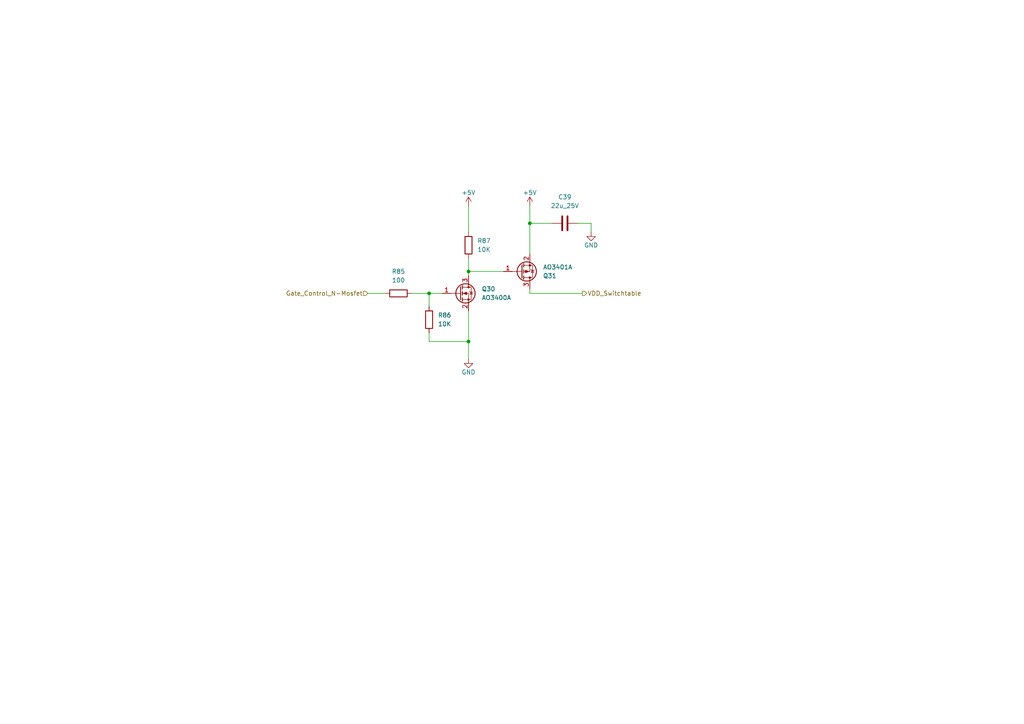
<source format=kicad_sch>
(kicad_sch (version 20231120) (generator "eeschema") (generator_version "8.0")
  (paper "A4")
  (lib_symbols
    (symbol "_C_1206:22u_25V" (pin_numbers hide) (pin_names (offset 0.254))
      (property "Reference" "C" (at 0.635 2.54 0))
      (property "Value" "22u_25V" (at 0.635 -2.54 0))
      (symbol "22u_25V_0_1"
        (polyline (pts (xy -2.032 -0.762) (xy 2.032 -0.762)) (stroke (width 0.508)))
        (polyline (pts (xy -2.032 0.762) (xy 2.032 0.762)) (stroke (width 0.508)))
      )
      (symbol "22u_25V_1_1"
        (pin passive line (at 0 3.81 270) (length 2.794) (name "~") (number "1"))
        (pin passive line (at 0 -3.81 90) (length 2.794) (name "~") (number "2"))
      )
    )
    (symbol "_R_0402:100" (pin_numbers hide) (pin_names (offset 0))
      (property "Reference" "R" (at 2.032 0 90))
      (property "Value" "100" (at 0 0 90))
      (symbol "100_0_1"
        (rectangle (start -1.016 -2.54) (end 1.016 2.54) (stroke (width 0.254)))
      )
      (symbol "100_1_1"
        (pin passive line (at 0 3.81 270) (length 1.27) (name "~") (number "1"))
        (pin passive line (at 0 -3.81 90) (length 1.27) (name "~") (number "2"))
      )
    )
    (symbol "_R_0402:10K" (pin_numbers hide) (pin_names (offset 0))
      (property "Reference" "R" (at 2.032 0 90))
      (property "Value" "10K" (at 0 0 90))
      (symbol "10K_0_1"
        (rectangle (start -1.016 -2.54) (end 1.016 2.54) (stroke (width 0.254)))
      )
      (symbol "10K_1_1"
        (pin passive line (at 0 3.81 270) (length 1.27) (name "~") (number "1"))
        (pin passive line (at 0 -3.81 90) (length 1.27) (name "~") (number "2"))
      )
    )
    (symbol "_Transistor_FET:AO3400A" (pin_names hide)
      (property "Reference" "Q" (at 5.08 1.905 0))
      (property "Value" "AO3400A" (at 5.08 0 0))
      (symbol "AO3400A_0_1"
        (polyline (pts (xy 0.254 0) (xy -2.54 0)))
        (polyline (pts (xy 0.254 1.905) (xy 0.254 -1.905)) (stroke (width 0.254)))
        (polyline (pts (xy 0.762 -1.27) (xy 0.762 -2.286)) (stroke (width 0.254)))
        (polyline (pts (xy 0.762 0.508) (xy 0.762 -0.508)) (stroke (width 0.254)))
        (polyline (pts (xy 0.762 2.286) (xy 0.762 1.27)) (stroke (width 0.254)))
        (polyline (pts (xy 2.54 2.54) (xy 2.54 1.778)))
        (polyline (pts (xy 2.54 -2.54) (xy 2.54 0) (xy 0.762 0)))
        (polyline (pts (xy 0.762 -1.778) (xy 3.302 -1.778) (xy 3.302 1.778) (xy 0.762 1.778)))
        (polyline (pts (xy 1.016 0) (xy 2.032 0.381) (xy 2.032 -0.381) (xy 1.016 0)) (fill (type outline)))
        (polyline (pts (xy 2.794 0.508) (xy 2.921 0.381) (xy 3.683 0.381) (xy 3.81 0.254)))
        (polyline (pts (xy 3.302 0.381) (xy 2.921 -0.254) (xy 3.683 -0.254) (xy 3.302 0.381)))
        (circle (center 1.651 0) (radius 2.794) (stroke (width 0.254)))
        (circle (center 2.54 -1.778) (radius 0.254) (fill (type outline)))
        (circle (center 2.54 1.778) (radius 0.254) (fill (type outline)))
      )
      (symbol "AO3400A_1_1"
        (pin input line (at -5.08 0 0) (length 2.54) (name "G") (number "1"))
        (pin passive line (at 2.54 -5.08 90) (length 2.54) (name "S") (number "2"))
        (pin passive line (at 2.54 5.08 270) (length 2.54) (name "D") (number "3"))
      )
    )
    (symbol "_Transistor_FET:AO3401A" (pin_names hide)
      (property "Reference" "Q" (at 5.08 1.905 0))
      (property "Value" "AO3401A" (at 5.08 0 0))
      (symbol "AO3401A_0_1"
        (polyline (pts (xy 0.254 0) (xy -2.54 0)))
        (polyline (pts (xy 0.254 1.905) (xy 0.254 -1.905)) (stroke (width 0.254)))
        (polyline (pts (xy 0.762 -1.27) (xy 0.762 -2.286)) (stroke (width 0.254)))
        (polyline (pts (xy 0.762 0.508) (xy 0.762 -0.508)) (stroke (width 0.254)))
        (polyline (pts (xy 0.762 2.286) (xy 0.762 1.27)) (stroke (width 0.254)))
        (polyline (pts (xy 2.54 2.54) (xy 2.54 1.778)))
        (polyline (pts (xy 2.54 -2.54) (xy 2.54 0) (xy 0.762 0)))
        (polyline (pts (xy 0.762 1.778) (xy 3.302 1.778) (xy 3.302 -1.778) (xy 0.762 -1.778)))
        (polyline (pts (xy 2.286 0) (xy 1.27 0.381) (xy 1.27 -0.381) (xy 2.286 0)) (fill (type outline)))
        (polyline (pts (xy 2.794 -0.508) (xy 2.921 -0.381) (xy 3.683 -0.381) (xy 3.81 -0.254)))
        (polyline (pts (xy 3.302 -0.381) (xy 2.921 0.254) (xy 3.683 0.254) (xy 3.302 -0.381)))
        (circle (center 1.651 0) (radius 2.794) (stroke (width 0.254)))
        (circle (center 2.54 -1.778) (radius 0.254) (fill (type outline)))
        (circle (center 2.54 1.778) (radius 0.254) (fill (type outline)))
      )
      (symbol "AO3401A_1_1"
        (pin input line (at -5.08 0 0) (length 2.54) (name "G") (number "1"))
        (pin passive line (at 2.54 -5.08 90) (length 2.54) (name "S") (number "2"))
        (pin passive line (at 2.54 5.08 270) (length 2.54) (name "D") (number "3"))
      )
    )
    (symbol "power:+5V" (power) (pin_names (offset 0))
      (property "Value" "+5V" (at 0 3.556 0))
      (symbol "+5V_0_1"
        (polyline (pts (xy -0.762 1.27) (xy 0 2.54)))
        (polyline (pts (xy 0 0) (xy 0 2.54)))
        (polyline (pts (xy 0 2.54) (xy 0.762 1.27)))
      )
      (symbol "+5V_1_1"
        (pin power_in line (at 0 0 90) (length 0) hide (name "+5V") (number "1"))
      )
    )
    (symbol "power:GND" (power) (pin_names (offset 0))
      (property "Value" "GND" (at 0 -3.81 0))
      (symbol "GND_0_1"
        (polyline (pts (xy 0 0) (xy 0 -1.27) (xy 1.27 -1.27) (xy 0 -2.54) (xy -1.27 -1.27) (xy 0 -1.27)))
      )
      (symbol "GND_1_1"
        (pin power_in line (at 0 0 270) (length 0) hide (name "GND") (number "1"))
      )
    )
  )
  (junction (at 135.89 78.74))
  (junction (at 135.89 99.06))
  (junction (at 124.46 85.09))
  (junction (at 153.67 64.77))
  (wire (pts (xy 171.45 64.77) (xy 171.45 67.31)))
  (wire (pts (xy 153.67 59.69) (xy 153.67 64.77)))
  (wire (pts (xy 135.89 78.74) (xy 135.89 80.01)))
  (wire (pts (xy 153.67 64.77) (xy 160.02 64.77)))
  (wire (pts (xy 135.89 90.17) (xy 135.89 99.06)))
  (wire (pts (xy 106.68 85.09) (xy 111.76 85.09)))
  (wire (pts (xy 153.67 85.09) (xy 168.91 85.09)))
  (wire (pts (xy 124.46 96.52) (xy 124.46 99.06)))
  (wire (pts (xy 135.89 59.69) (xy 135.89 67.31)))
  (wire (pts (xy 167.64 64.77) (xy 171.45 64.77)))
  (wire (pts (xy 135.89 74.93) (xy 135.89 78.74)))
  (wire (pts (xy 119.38 85.09) (xy 124.46 85.09)))
  (wire (pts (xy 124.46 85.09) (xy 128.27 85.09)))
  (wire (pts (xy 135.89 78.74) (xy 146.05 78.74)))
  (wire (pts (xy 135.89 99.06) (xy 135.89 104.14)))
  (wire (pts (xy 124.46 85.09) (xy 124.46 88.9)))
  (wire (pts (xy 153.67 83.82) (xy 153.67 85.09)))
  (wire (pts (xy 153.67 64.77) (xy 153.67 73.66)))
  (wire (pts (xy 124.46 99.06) (xy 135.89 99.06)))
  (hierarchical_label "Gate_Control_N-Mosfet" (shape input) (at 106.68 85.09 180))
  (hierarchical_label "VDD_Switchtable" (shape output) (at 168.91 85.09 0))
  (symbol (lib_id "power:GND") (at 171.45 67.31 0) (unit 1)
    (property "Reference" "#PWR0163" (effects (hide yes)))
    (property "Value" "GND" (at 171.45 71.12 0))
    (property "Description" "Power symbol creates a global label with name \"GND\" , ground" (effects (hide yes)))
    (instances (project "Partial_Drawer_Controller_v1" (path "" (reference "#PWR0163") (unit 1)) (path "" (reference "#PWR0167") (unit 1)) (path "" (reference "#PWR0111") (unit 1)) (path "" (reference "#PWR0115") (unit 1)) (path "" (reference "#PWR0171") (unit 1)) (path "" (reference "#PWR0175") (unit 1)) (path "" (reference "#PWR0119") (unit 1)) (path "" (reference "#PWR0123") (unit 1)) (path "" (reference "#PWR0131") (unit 1)) (path "" (reference "#PWR0135") (unit 1)) (path "" (reference "#PWR0155") (unit 1)) (path "" (reference "#PWR0159") (unit 1)) (path "" (reference "#PWR0139") (unit 1)) (path "" (reference "#PWR0143") (unit 1)) (path "" (reference "#PWR0147") (unit 1)) (path "" (reference "#PWR0151") (unit 1))))
  )
  (symbol (lib_id "power:GND") (at 135.89 104.14 0) (unit 1)
    (property "Reference" "#PWR0161" (effects (hide yes)))
    (property "Value" "GND" (at 135.89 107.95 0))
    (property "Description" "Power symbol creates a global label with name \"GND\" , ground" (effects (hide yes)))
    (instances (project "Partial_Drawer_Controller_v1" (path "" (reference "#PWR0161") (unit 1)) (path "" (reference "#PWR0165") (unit 1)) (path "" (reference "#PWR0109") (unit 1)) (path "" (reference "#PWR0113") (unit 1)) (path "" (reference "#PWR0169") (unit 1)) (path "" (reference "#PWR0173") (unit 1)) (path "" (reference "#PWR0117") (unit 1)) (path "" (reference "#PWR0121") (unit 1)) (path "" (reference "#PWR0129") (unit 1)) (path "" (reference "#PWR0133") (unit 1)) (path "" (reference "#PWR0153") (unit 1)) (path "" (reference "#PWR0157") (unit 1)) (path "" (reference "#PWR0137") (unit 1)) (path "" (reference "#PWR0141") (unit 1)) (path "" (reference "#PWR0145") (unit 1)) (path "" (reference "#PWR0149") (unit 1))))
  )
  (symbol (lib_id "power:+5V") (at 153.67 59.69 0) (unit 1)
    (property "Reference" "#PWR0162" (effects (hide yes)))
    (property "Value" "+5V" (at 153.67 55.88 0))
    (property "Description" "Power symbol creates a global label with name \"+5V\"" (effects (hide yes)))
    (instances (project "Partial_Drawer_Controller_v1" (path "" (reference "#PWR0162") (unit 1)) (path "" (reference "#PWR0166") (unit 1)) (path "" (reference "#PWR0110") (unit 1)) (path "" (reference "#PWR0114") (unit 1)) (path "" (reference "#PWR0170") (unit 1)) (path "" (reference "#PWR0174") (unit 1)) (path "" (reference "#PWR0118") (unit 1)) (path "" (reference "#PWR0122") (unit 1)) (path "" (reference "#PWR0130") (unit 1)) (path "" (reference "#PWR0134") (unit 1)) (path "" (reference "#PWR0154") (unit 1)) (path "" (reference "#PWR0158") (unit 1)) (path "" (reference "#PWR0138") (unit 1)) (path "" (reference "#PWR0142") (unit 1)) (path "" (reference "#PWR0146") (unit 1)) (path "" (reference "#PWR0150") (unit 1))))
  )
  (symbol (lib_id "power:+5V") (at 135.89 59.69 0) (unit 1)
    (property "Reference" "#PWR0160" (effects (hide yes)))
    (property "Value" "+5V" (at 135.89 55.88 0))
    (property "Description" "Power symbol creates a global label with name \"+5V\"" (effects (hide yes)))
    (instances (project "Partial_Drawer_Controller_v1" (path "" (reference "#PWR0160") (unit 1)) (path "" (reference "#PWR0164") (unit 1)) (path "" (reference "#PWR0108") (unit 1)) (path "" (reference "#PWR0112") (unit 1)) (path "" (reference "#PWR0168") (unit 1)) (path "" (reference "#PWR0172") (unit 1)) (path "" (reference "#PWR0116") (unit 1)) (path "" (reference "#PWR0120") (unit 1)) (path "" (reference "#PWR0128") (unit 1)) (path "" (reference "#PWR0132") (unit 1)) (path "" (reference "#PWR0152") (unit 1)) (path "" (reference "#PWR0156") (unit 1)) (path "" (reference "#PWR0136") (unit 1)) (path "" (reference "#PWR0140") (unit 1)) (path "" (reference "#PWR0144") (unit 1)) (path "" (reference "#PWR0148") (unit 1))))
  )
  (symbol (lib_id "_Transistor_FET:AO3400A") (at 133.35 85.09 0) (unit 1)
    (property "Reference" "Q30" (at 139.7 83.8199 0) (effects (justify left)))
    (property "Value" "AO3400A" (at 139.7 86.3599 0) (effects (justify left)))
    (property "Footprint" "Package_TO_SOT_SMD:SOT-23" (effects (hide yes)))
    (property "Datasheet" "https://datasheet.lcsc.com/lcsc/1811081213_Alpha---Omega-Semicon-AO3400A_C20917.pdf" (effects (hide yes)))
    (property "Description" "30V 5.7A 26.5mΩ@10V,5.7A 1.4W N Channel SOT-23-3L MOSFET" (effects (hide yes)))
    (property "MF" "Alpha & Omega Semicon" (effects (hide yes)))
    (property "MPN" "AO3400A" (effects (hide yes)))
    (property "OC_LCSC" "C20917" (effects (hide yes)))
    (instances (project "Partial_Drawer_Controller_v1" (path "" (reference "Q30") (unit 1)) (path "" (reference "Q32") (unit 1)) (path "" (reference "Q6") (unit 1)) (path "" (reference "Q8") (unit 1)) (path "" (reference "Q34") (unit 1)) (path "" (reference "Q36") (unit 1)) (path "" (reference "Q10") (unit 1)) (path "" (reference "Q12") (unit 1)) (path "" (reference "Q14") (unit 1)) (path "" (reference "Q16") (unit 1)) (path "" (reference "Q26") (unit 1)) (path "" (reference "Q28") (unit 1)) (path "" (reference "Q18") (unit 1)) (path "" (reference "Q20") (unit 1)) (path "" (reference "Q22") (unit 1)) (path "" (reference "Q24") (unit 1))))
  )
  (symbol (lib_id "_R_0402:10K") (at 135.89 71.12 0) (unit 1)
    (property "Reference" "R87" (at 138.43 69.8499 0) (effects (justify left)))
    (property "Value" "10K" (at 138.43 72.3899 0) (effects (justify left)))
    (property "Footprint" "Resistor_SMD:R_0402_1005Metric" (effects (hide yes)))
    (property "Description" "Resistor 10K 1% 62.5mW 50V 0402" (effects (hide yes)))
    (property "MF" "UNI-ROYAL" (effects (hide yes)))
    (property "MPN" "0402WGF1002TCE" (effects (hide yes)))
    (property "OC_LCSC" "C25744" (effects (hide yes)))
    (property "path_to_docs" "Passive_Components/Resistors/UNI-ROYAL" (effects (hide yes)))
    (instances (project "Partial_Drawer_Controller_v1" (path "" (reference "R87") (unit 1)) (path "" (reference "R90") (unit 1)) (path "" (reference "R49") (unit 1)) (path "" (reference "R52") (unit 1)) (path "" (reference "R93") (unit 1)) (path "" (reference "R96") (unit 1)) (path "" (reference "R55") (unit 1)) (path "" (reference "R58") (unit 1)) (path "" (reference "R63") (unit 1)) (path "" (reference "R66") (unit 1)) (path "" (reference "R81") (unit 1)) (path "" (reference "R84") (unit 1)) (path "" (reference "R69") (unit 1)) (path "" (reference "R72") (unit 1)) (path "" (reference "R75") (unit 1)) (path "" (reference "R78") (unit 1))))
  )
  (symbol (lib_id "_R_0402:10K") (at 124.46 92.71 0) (unit 1)
    (property "Reference" "R86" (at 127 91.4399 0) (effects (justify left)))
    (property "Value" "10K" (at 127 93.9799 0) (effects (justify left)))
    (property "Footprint" "Resistor_SMD:R_0402_1005Metric" (effects (hide yes)))
    (property "Description" "Resistor 10K 1% 62.5mW 50V 0402" (effects (hide yes)))
    (property "MF" "UNI-ROYAL" (effects (hide yes)))
    (property "MPN" "0402WGF1002TCE" (effects (hide yes)))
    (property "OC_LCSC" "C25744" (effects (hide yes)))
    (property "path_to_docs" "Passive_Components/Resistors/UNI-ROYAL" (effects (hide yes)))
    (instances (project "Partial_Drawer_Controller_v1" (path "" (reference "R86") (unit 1)) (path "" (reference "R89") (unit 1)) (path "" (reference "R48") (unit 1)) (path "" (reference "R51") (unit 1)) (path "" (reference "R92") (unit 1)) (path "" (reference "R95") (unit 1)) (path "" (reference "R54") (unit 1)) (path "" (reference "R57") (unit 1)) (path "" (reference "R62") (unit 1)) (path "" (reference "R65") (unit 1)) (path "" (reference "R80") (unit 1)) (path "" (reference "R83") (unit 1)) (path "" (reference "R68") (unit 1)) (path "" (reference "R71") (unit 1)) (path "" (reference "R74") (unit 1)) (path "" (reference "R77") (unit 1))))
  )
  (symbol (lib_id "_C_1206:22u_25V") (at 163.83 64.77 90) (unit 1)
    (property "Reference" "C39" (at 163.83 57.15 90))
    (property "Value" "22u_25V" (at 163.83 59.69 90))
    (property "Footprint" "Capacitor_SMD:C_1206_3216Metric" (effects (hide yes)))
    (property "Datasheet" "https://product.samsungsem.com/mlcc/CL31A226KAHNNN.do" (effects (hide yes)))
    (property "Description" "Capacitor 22uF 25V X7R 10% 1206" (effects (hide yes)))
    (property "MF" "Samsung Electro-Mechanics" (effects (hide yes)))
    (property "MPN" "CL31A226KAHNNNE" (effects (hide yes)))
    (property "OC_LCSC" "C12891" (effects (hide yes)))
    (property "path_to_docs" "Passive_Components/Capacitors/MLCC/Samsung_Electro-Mechanics" (effects (hide yes)))
    (instances (project "" (path "" (reference "C39") (unit 1)) (path "" (reference "C40") (unit 1)) (path "" (reference "C26") (unit 1)) (path "" (reference "C27") (unit 1)) (path "" (reference "C41") (unit 1)) (path "" (reference "C42") (unit 1)) (path "" (reference "C28") (unit 1)) (path "" (reference "C29") (unit 1)) (path "" (reference "C31") (unit 1)) (path "" (reference "C32") (unit 1)) (path "" (reference "C37") (unit 1)) (path "" (reference "C38") (unit 1)) (path "" (reference "C33") (unit 1)) (path "" (reference "C34") (unit 1)) (path "" (reference "C35") (unit 1)) (path "" (reference "C36") (unit 1))))
  )
  (symbol (lib_id "_Transistor_FET:AO3401A") (at 151.13 78.74 0) (mirror x) (unit 1)
    (property "Reference" "Q31" (at 157.48 80.0101 0) (effects (justify left)))
    (property "Value" "AO3401A" (at 157.48 77.4701 0) (effects (justify left)))
    (property "Footprint" "Package_TO_SOT_SMD:SOT-23" (effects (hide yes)))
    (property "Datasheet" "https://datasheet.lcsc.com/lcsc/1810171817_Alpha---Omega-Semicon-AO3401A_C15127.pdf" (effects (hide yes)))
    (property "Description" "30V 4A 44mΩ@10V,4.3A 1.4W P Channel SOT-23 MOSFET" (effects (hide yes)))
    (property "MF" "Alpha & Omega Semicon" (effects (hide yes)))
    (property "MPN" "AO3401A" (effects (hide yes)))
    (property "OC_LCSC" "C15127" (effects (hide yes)))
    (instances (project "Partial_Drawer_Controller_v1" (path "" (reference "Q31") (unit 1)) (path "" (reference "Q33") (unit 1)) (path "" (reference "Q7") (unit 1)) (path "" (reference "Q9") (unit 1)) (path "" (reference "Q35") (unit 1)) (path "" (reference "Q37") (unit 1)) (path "" (reference "Q11") (unit 1)) (path "" (reference "Q13") (unit 1)) (path "" (reference "Q15") (unit 1)) (path "" (reference "Q17") (unit 1)) (path "" (reference "Q27") (unit 1)) (path "" (reference "Q29") (unit 1)) (path "" (reference "Q19") (unit 1)) (path "" (reference "Q21") (unit 1)) (path "" (reference "Q23") (unit 1)) (path "" (reference "Q25") (unit 1))))
  )
  (symbol (lib_id "_R_0402:100") (at 115.57 85.09 90) (unit 1)
    (property "Reference" "R85" (at 115.57 78.74 90))
    (property "Value" "100" (at 115.57 81.28 90))
    (property "Footprint" "Resistor_SMD:R_0402_1005Metric" (effects (hide yes)))
    (property "Description" "Resistor 100 1% 62.5mW 50V 0402" (effects (hide yes)))
    (property "MF" "UNI-ROYAL" (effects (hide yes)))
    (property "MPN" "0402WGF1000TCE" (effects (hide yes)))
    (property "OC_LCSC" "C25076" (effects (hide yes)))
    (property "path_to_docs" "Passive_Components/Resistors/UNI-ROYAL" (effects (hide yes)))
    (instances (project "Partial_Drawer_Controller_v1" (path "" (reference "R85") (unit 1)) (path "" (reference "R88") (unit 1)) (path "" (reference "R47") (unit 1)) (path "" (reference "R50") (unit 1)) (path "" (reference "R91") (unit 1)) (path "" (reference "R94") (unit 1)) (path "" (reference "R53") (unit 1)) (path "" (reference "R56") (unit 1)) (path "" (reference "R61") (unit 1)) (path "" (reference "R64") (unit 1)) (path "" (reference "R79") (unit 1)) (path "" (reference "R82") (unit 1)) (path "" (reference "R67") (unit 1)) (path "" (reference "R70") (unit 1)) (path "" (reference "R73") (unit 1)) (path "" (reference "R76") (unit 1))))
  )
)
</source>
